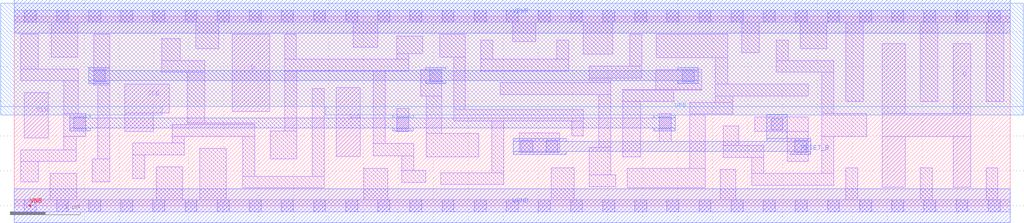
<source format=lef>
# Copyright 2020 The SkyWater PDK Authors
#
# Licensed under the Apache License, Version 2.0 (the "License");
# you may not use this file except in compliance with the License.
# You may obtain a copy of the License at
#
#     https://www.apache.org/licenses/LICENSE-2.0
#
# Unless required by applicable law or agreed to in writing, software
# distributed under the License is distributed on an "AS IS" BASIS,
# WITHOUT WARRANTIES OR CONDITIONS OF ANY KIND, either express or implied.
# See the License for the specific language governing permissions and
# limitations under the License.
#
# SPDX-License-Identifier: Apache-2.0

VERSION 5.7 ;
  NOWIREEXTENSIONATPIN ON ;
  DIVIDERCHAR "/" ;
  BUSBITCHARS "[]" ;
PROPERTYDEFINITIONS
  MACRO maskLayoutSubType STRING ;
  MACRO prCellType STRING ;
  MACRO originalViewName STRING ;
END PROPERTYDEFINITIONS
MACRO sky130_fd_sc_hdll__sdfrtp_4
  CLASS CORE ;
  FOREIGN sky130_fd_sc_hdll__sdfrtp_4 ;
  ORIGIN  0.000000  0.000000 ;
  SIZE  14.26000 BY  2.720000 ;
  SYMMETRY X Y R90 ;
  SITE unithd ;
  PIN CLK
    ANTENNAGATEAREA  0.277500 ;
    DIRECTION INPUT ;
    USE SIGNAL ;
    PORT
      LAYER li1 ;
        RECT 0.140000 0.975000 0.490000 1.625000 ;
    END
  END CLK
  PIN D
    ANTENNAGATEAREA  0.160200 ;
    DIRECTION INPUT ;
    USE SIGNAL ;
    PORT
      LAYER li1 ;
        RECT 3.120000 1.355000 3.655000 2.465000 ;
    END
  END D
  PIN Q
    ANTENNADIFFAREA  1.171500 ;
    DIRECTION OUTPUT ;
    USE SIGNAL ;
    PORT
      LAYER li1 ;
        RECT 12.425000 0.265000 12.755000 0.995000 ;
        RECT 12.425000 0.995000 13.695000 1.325000 ;
        RECT 12.425000 1.325000 12.755000 2.325000 ;
        RECT 13.445000 0.265000 13.695000 0.995000 ;
        RECT 13.445000 1.325000 13.695000 2.325000 ;
    END
  END Q
  PIN RESET_B
    ANTENNAGATEAREA  0.277200 ;
    DIRECTION INPUT ;
    USE SIGNAL ;
    PORT
      LAYER met1 ;
        RECT  7.145000 0.735000  7.900000 0.780000 ;
        RECT  7.145000 0.780000 11.405000 0.920000 ;
        RECT  7.145000 0.920000  7.900000 0.965000 ;
        RECT 10.775000 0.920000 11.405000 0.965000 ;
        RECT 10.775000 0.965000 11.065000 1.310000 ;
        RECT 11.115000 0.735000 11.405000 0.780000 ;
    END
  END RESET_B
  PIN SCD
    ANTENNAGATEAREA  0.172800 ;
    DIRECTION INPUT ;
    USE SIGNAL ;
    PORT
      LAYER li1 ;
        RECT 4.610000 0.710000 4.955000 1.700000 ;
    END
  END SCD
  PIN SCE
    ANTENNAGATEAREA  0.467400 ;
    DIRECTION INPUT ;
    USE SIGNAL ;
    PORT
      LAYER li1 ;
        RECT 1.585000 1.070000 1.990000 1.335000 ;
        RECT 1.585000 1.335000 2.220000 1.745000 ;
    END
  END SCE
  PIN VGND
    DIRECTION INOUT ;
    USE GROUND ;
    PORT
      LAYER met1 ;
        RECT 0.000000 -0.240000 14.260000 0.240000 ;
    END
  END VGND
  PIN VNB
    DIRECTION INOUT ;
    USE GROUND ;
    PORT
      LAYER pwell ;
        RECT 0.215000 -0.010000 0.235000 0.015000 ;
    END
  END VNB
  PIN VPB
    DIRECTION INOUT ;
    USE POWER ;
    PORT
      LAYER nwell ;
        RECT -0.190000 1.305000  2.120000 1.425000 ;
        RECT -0.190000 1.425000 14.450000 2.910000 ;
        RECT  4.455000 1.305000 14.450000 1.425000 ;
    END
  END VPB
  PIN VPWR
    DIRECTION INOUT ;
    USE POWER ;
    PORT
      LAYER met1 ;
        RECT 0.000000 2.480000 14.260000 2.960000 ;
    END
  END VPWR
  OBS
    LAYER li1 ;
      RECT  0.000000 -0.085000 14.260000 0.085000 ;
      RECT  0.000000  2.635000 14.260000 2.805000 ;
      RECT  0.090000  1.795000  0.915000 1.965000 ;
      RECT  0.090000  1.965000  0.345000 2.465000 ;
      RECT  0.095000  0.345000  0.345000 0.635000 ;
      RECT  0.095000  0.635000  0.885000 0.805000 ;
      RECT  0.515000  0.085000  0.895000 0.465000 ;
      RECT  0.530000  2.135000  0.910000 2.635000 ;
      RECT  0.710000  0.805000  0.885000 0.995000 ;
      RECT  0.710000  0.995000  1.025000 1.325000 ;
      RECT  0.710000  1.325000  0.915000 1.795000 ;
      RECT  1.115000  0.345000  1.365000 0.675000 ;
      RECT  1.135000  1.730000  1.365000 2.465000 ;
      RECT  1.195000  0.675000  1.365000 1.730000 ;
      RECT  1.695000  0.395000  1.865000 0.730000 ;
      RECT  1.695000  0.730000  2.435000 0.900000 ;
      RECT  2.035000  0.085000  2.415000 0.560000 ;
      RECT  2.110000  1.915000  2.730000 2.085000 ;
      RECT  2.110000  2.085000  2.380000 2.400000 ;
      RECT  2.265000  0.900000  2.435000 0.995000 ;
      RECT  2.265000  0.995000  3.445000 1.165000 ;
      RECT  2.475000  1.165000  3.445000 1.185000 ;
      RECT  2.475000  1.185000  2.730000 1.915000 ;
      RECT  2.600000  2.255000  2.930000 2.635000 ;
      RECT  2.655000  0.085000  3.035000 0.825000 ;
      RECT  3.275000  0.255000  4.435000 0.425000 ;
      RECT  3.275000  0.425000  3.445000 0.995000 ;
      RECT  3.665000  0.675000  4.045000 1.075000 ;
      RECT  3.870000  1.075000  4.045000 1.935000 ;
      RECT  3.870000  1.935000  5.650000 2.105000 ;
      RECT  3.870000  2.105000  4.040000 2.465000 ;
      RECT  4.265000  0.425000  4.435000 1.685000 ;
      RECT  4.855000  2.275000  5.205000 2.635000 ;
      RECT  5.005000  0.085000  5.350000 0.540000 ;
      RECT  5.140000  0.715000  5.720000 0.895000 ;
      RECT  5.140000  0.895000  5.310000 1.935000 ;
      RECT  5.480000  1.065000  5.650000 1.395000 ;
      RECT  5.480000  2.105000  5.650000 2.185000 ;
      RECT  5.480000  2.185000  5.850000 2.435000 ;
      RECT  5.550000  0.335000  5.890000 0.505000 ;
      RECT  5.550000  0.505000  5.720000 0.715000 ;
      RECT  5.820000  1.575000  6.120000 1.955000 ;
      RECT  5.900000  0.705000  6.650000 1.035000 ;
      RECT  5.900000  1.035000  6.120000 1.575000 ;
      RECT  6.095000  2.135000  6.460000 2.465000 ;
      RECT  6.110000  0.305000  7.010000 0.475000 ;
      RECT  6.290000  1.215000  8.150000 1.385000 ;
      RECT  6.290000  1.385000  6.460000 2.135000 ;
      RECT  6.680000  1.935000  7.940000 2.105000 ;
      RECT  6.680000  2.105000  6.850000 2.375000 ;
      RECT  6.840000  0.475000  7.010000 1.215000 ;
      RECT  6.960000  1.595000  8.540000 1.765000 ;
      RECT  7.135000  2.355000  7.465000 2.635000 ;
      RECT  7.230000  0.765000  7.810000 1.045000 ;
      RECT  7.690000  0.085000  8.020000 0.545000 ;
      RECT  7.770000  2.105000  7.940000 2.375000 ;
      RECT  7.980000  1.005000  8.150000 1.215000 ;
      RECT  8.150000  2.175000  8.570000 2.635000 ;
      RECT  8.230000  0.275000  8.610000 0.445000 ;
      RECT  8.230000  0.445000  8.540000 0.835000 ;
      RECT  8.230000  1.765000  8.540000 1.835000 ;
      RECT  8.230000  1.835000  8.985000 2.005000 ;
      RECT  8.370000  0.835000  8.540000 1.595000 ;
      RECT  8.710000  0.705000  8.970000 1.495000 ;
      RECT  8.710000  1.495000  9.445000 1.660000 ;
      RECT  8.710000  1.660000  9.845000 1.665000 ;
      RECT  8.780000  0.255000  9.890000 0.535000 ;
      RECT  8.815000  2.005000  8.985000 2.465000 ;
      RECT  9.185000  1.665000  9.845000 1.955000 ;
      RECT  9.195000  2.125000 10.215000 2.465000 ;
      RECT  9.235000  0.920000  9.405000 1.325000 ;
      RECT  9.670000  0.535000  9.890000 1.315000 ;
      RECT  9.670000  1.315000 10.285000 1.485000 ;
      RECT 10.040000  1.485000 10.285000 1.575000 ;
      RECT 10.040000  1.575000 11.370000 1.745000 ;
      RECT 10.040000  1.745000 10.215000 2.125000 ;
      RECT 10.110000  0.085000 10.330000 0.525000 ;
      RECT 10.150000  0.695000 10.730000 0.865000 ;
      RECT 10.150000  0.865000 10.370000 1.145000 ;
      RECT 10.415000  2.195000 10.665000 2.635000 ;
      RECT 10.560000  0.295000 11.735000 0.465000 ;
      RECT 10.560000  0.465000 10.730000 0.695000 ;
      RECT 10.600000  1.065000 11.370000 1.275000 ;
      RECT 10.910000  1.915000 11.730000 2.085000 ;
      RECT 10.910000  2.085000 11.080000 2.375000 ;
      RECT 11.065000  0.635000 11.370000 1.065000 ;
      RECT 11.255000  2.255000 11.635000 2.635000 ;
      RECT 11.560000  0.465000 11.735000 0.995000 ;
      RECT 11.560000  0.995000 12.205000 1.325000 ;
      RECT 11.560000  1.325000 11.730000 1.915000 ;
      RECT 11.905000  0.085000 12.075000 0.545000 ;
      RECT 11.905000  1.495000 12.155000 2.635000 ;
      RECT 12.975000  0.085000 13.145000 0.545000 ;
      RECT 12.975000  1.495000 13.225000 2.635000 ;
      RECT 13.915000  0.085000 14.085000 0.545000 ;
      RECT 13.915000  1.495000 14.165000 2.635000 ;
    LAYER mcon ;
      RECT  0.145000 -0.085000  0.315000 0.085000 ;
      RECT  0.145000  2.635000  0.315000 2.805000 ;
      RECT  0.605000 -0.085000  0.775000 0.085000 ;
      RECT  0.605000  2.635000  0.775000 2.805000 ;
      RECT  0.855000  1.105000  1.025000 1.275000 ;
      RECT  1.065000 -0.085000  1.235000 0.085000 ;
      RECT  1.065000  2.635000  1.235000 2.805000 ;
      RECT  1.135000  1.785000  1.305000 1.955000 ;
      RECT  1.525000 -0.085000  1.695000 0.085000 ;
      RECT  1.525000  2.635000  1.695000 2.805000 ;
      RECT  1.985000 -0.085000  2.155000 0.085000 ;
      RECT  1.985000  2.635000  2.155000 2.805000 ;
      RECT  2.445000 -0.085000  2.615000 0.085000 ;
      RECT  2.445000  2.635000  2.615000 2.805000 ;
      RECT  2.905000 -0.085000  3.075000 0.085000 ;
      RECT  2.905000  2.635000  3.075000 2.805000 ;
      RECT  3.365000 -0.085000  3.535000 0.085000 ;
      RECT  3.365000  2.635000  3.535000 2.805000 ;
      RECT  3.825000 -0.085000  3.995000 0.085000 ;
      RECT  3.825000  2.635000  3.995000 2.805000 ;
      RECT  4.285000 -0.085000  4.455000 0.085000 ;
      RECT  4.285000  2.635000  4.455000 2.805000 ;
      RECT  4.745000 -0.085000  4.915000 0.085000 ;
      RECT  4.745000  2.635000  4.915000 2.805000 ;
      RECT  5.205000 -0.085000  5.375000 0.085000 ;
      RECT  5.205000  2.635000  5.375000 2.805000 ;
      RECT  5.480000  1.105000  5.650000 1.275000 ;
      RECT  5.665000 -0.085000  5.835000 0.085000 ;
      RECT  5.665000  2.635000  5.835000 2.805000 ;
      RECT  5.950000  1.785000  6.120000 1.955000 ;
      RECT  6.125000 -0.085000  6.295000 0.085000 ;
      RECT  6.125000  2.635000  6.295000 2.805000 ;
      RECT  6.585000 -0.085000  6.755000 0.085000 ;
      RECT  6.585000  2.635000  6.755000 2.805000 ;
      RECT  7.045000 -0.085000  7.215000 0.085000 ;
      RECT  7.045000  2.635000  7.215000 2.805000 ;
      RECT  7.255000  0.765000  7.425000 0.935000 ;
      RECT  7.505000 -0.085000  7.675000 0.085000 ;
      RECT  7.505000  2.635000  7.675000 2.805000 ;
      RECT  7.615000  0.765000  7.785000 0.935000 ;
      RECT  7.965000 -0.085000  8.135000 0.085000 ;
      RECT  7.965000  2.635000  8.135000 2.805000 ;
      RECT  8.425000 -0.085000  8.595000 0.085000 ;
      RECT  8.425000  2.635000  8.595000 2.805000 ;
      RECT  8.885000 -0.085000  9.055000 0.085000 ;
      RECT  8.885000  2.635000  9.055000 2.805000 ;
      RECT  9.235000  1.105000  9.405000 1.275000 ;
      RECT  9.345000 -0.085000  9.515000 0.085000 ;
      RECT  9.345000  2.635000  9.515000 2.805000 ;
      RECT  9.565000  1.785000  9.735000 1.955000 ;
      RECT  9.805000 -0.085000  9.975000 0.085000 ;
      RECT  9.805000  2.635000  9.975000 2.805000 ;
      RECT 10.265000 -0.085000 10.435000 0.085000 ;
      RECT 10.265000  2.635000 10.435000 2.805000 ;
      RECT 10.725000 -0.085000 10.895000 0.085000 ;
      RECT 10.725000  2.635000 10.895000 2.805000 ;
      RECT 10.835000  1.085000 11.005000 1.255000 ;
      RECT 11.175000  0.765000 11.345000 0.935000 ;
      RECT 11.185000 -0.085000 11.355000 0.085000 ;
      RECT 11.185000  2.635000 11.355000 2.805000 ;
      RECT 11.645000 -0.085000 11.815000 0.085000 ;
      RECT 11.645000  2.635000 11.815000 2.805000 ;
      RECT 12.105000 -0.085000 12.275000 0.085000 ;
      RECT 12.105000  2.635000 12.275000 2.805000 ;
      RECT 12.565000 -0.085000 12.735000 0.085000 ;
      RECT 12.565000  2.635000 12.735000 2.805000 ;
      RECT 13.025000 -0.085000 13.195000 0.085000 ;
      RECT 13.025000  2.635000 13.195000 2.805000 ;
      RECT 13.485000 -0.085000 13.655000 0.085000 ;
      RECT 13.485000  2.635000 13.655000 2.805000 ;
      RECT 13.945000 -0.085000 14.115000 0.085000 ;
      RECT 13.945000  2.635000 14.115000 2.805000 ;
    LAYER met1 ;
      RECT 0.795000 1.075000 1.085000 1.120000 ;
      RECT 0.795000 1.120000 9.465000 1.260000 ;
      RECT 0.795000 1.260000 1.085000 1.305000 ;
      RECT 1.070000 1.755000 1.370000 1.800000 ;
      RECT 1.070000 1.800000 9.795000 1.940000 ;
      RECT 1.070000 1.940000 1.370000 1.985000 ;
      RECT 5.420000 1.075000 5.710000 1.120000 ;
      RECT 5.420000 1.260000 5.710000 1.305000 ;
      RECT 5.890000 1.755000 6.180000 1.800000 ;
      RECT 5.890000 1.940000 6.180000 1.985000 ;
      RECT 9.155000 1.075000 9.465000 1.120000 ;
      RECT 9.155000 1.260000 9.465000 1.305000 ;
      RECT 9.500000 1.755000 9.795000 1.800000 ;
      RECT 9.500000 1.940000 9.795000 1.985000 ;
  END
  PROPERTY maskLayoutSubType "abstract" ;
  PROPERTY prCellType "standard" ;
  PROPERTY originalViewName "layout" ;
END sky130_fd_sc_hdll__sdfrtp_4
END LIBRARY

</source>
